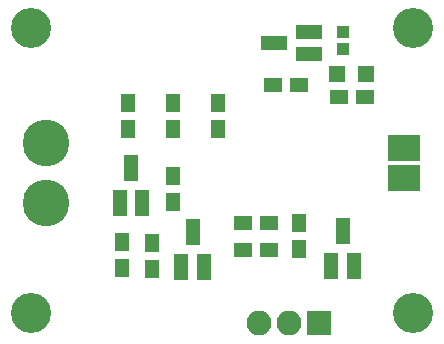
<source format=gts>
G04 #@! TF.FileFunction,Soldermask,Top*
%FSLAX46Y46*%
G04 Gerber Fmt 4.6, Leading zero omitted, Abs format (unit mm)*
G04 Created by KiCad (PCBNEW 4.0.7) date 02/24/18 20:28:21*
%MOMM*%
%LPD*%
G01*
G04 APERTURE LIST*
%ADD10C,0.100000*%
%ADD11R,1.300000X1.600000*%
%ADD12R,1.100000X1.000000*%
%ADD13R,1.400000X1.400000*%
%ADD14R,2.100000X2.100000*%
%ADD15O,2.100000X2.100000*%
%ADD16R,2.686000X2.178000*%
%ADD17C,3.956000*%
%ADD18R,1.600000X1.300000*%
%ADD19R,1.200000X2.300000*%
%ADD20R,2.300000X1.200000*%
%ADD21C,3.400000*%
G04 APERTURE END LIST*
D10*
D11*
X151257000Y-129921000D03*
X151257000Y-132121000D03*
D12*
X169926000Y-112138000D03*
X169926000Y-113538000D03*
D13*
X171938000Y-115697000D03*
X169438000Y-115697000D03*
D14*
X167894000Y-136779000D03*
D15*
X165354000Y-136779000D03*
X162814000Y-136779000D03*
D16*
X175133000Y-124460000D03*
X175133000Y-121920000D03*
D17*
X144780000Y-126619000D03*
X144780000Y-121488200D03*
D11*
X153797000Y-129964000D03*
X153797000Y-132164000D03*
D18*
X161460000Y-128270000D03*
X163660000Y-128270000D03*
X163660000Y-130556000D03*
X161460000Y-130556000D03*
D11*
X166243000Y-130513000D03*
X166243000Y-128313000D03*
D18*
X166200000Y-116586000D03*
X164000000Y-116586000D03*
D11*
X151765000Y-118110000D03*
X151765000Y-120310000D03*
X155575000Y-118110000D03*
X155575000Y-120310000D03*
X155575000Y-126533000D03*
X155575000Y-124333000D03*
X159385000Y-118110000D03*
X159385000Y-120310000D03*
D18*
X169588000Y-117602000D03*
X171788000Y-117602000D03*
D19*
X151069000Y-126595000D03*
X152969000Y-126595000D03*
X152019000Y-123595000D03*
D20*
X167084000Y-113980000D03*
X167084000Y-112080000D03*
X164084000Y-113030000D03*
D19*
X156276000Y-132032000D03*
X158176000Y-132032000D03*
X157226000Y-129032000D03*
X168976000Y-131929000D03*
X170876000Y-131929000D03*
X169926000Y-128929000D03*
D21*
X143510000Y-135890000D03*
X143510000Y-111760000D03*
X175895000Y-111760000D03*
X175920400Y-135890000D03*
M02*

</source>
